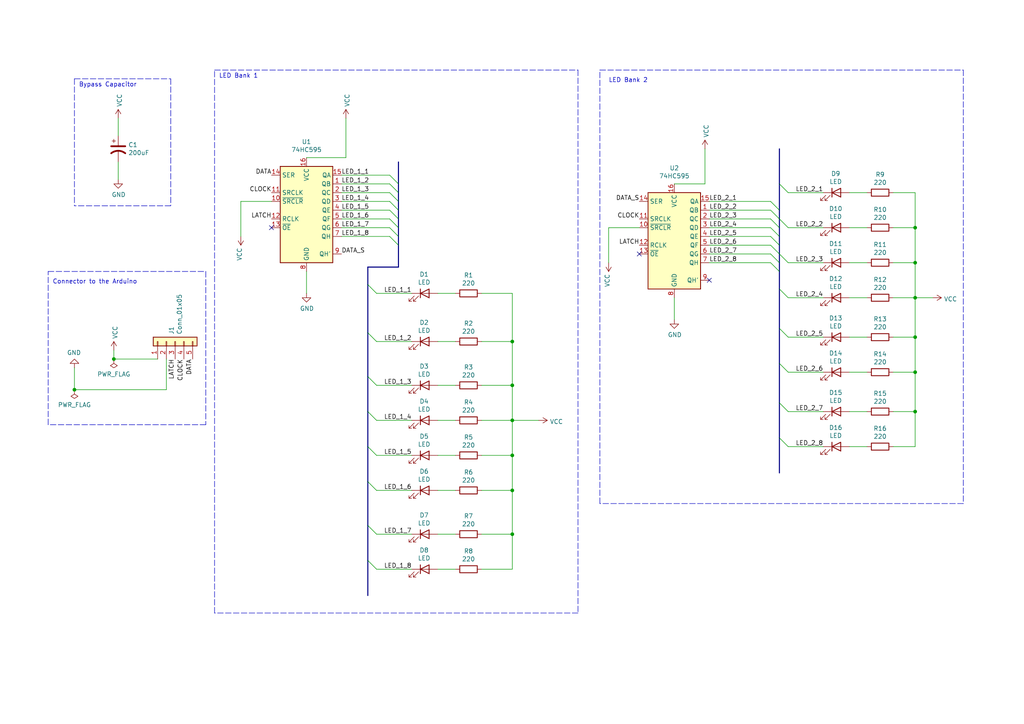
<source format=kicad_sch>
(kicad_sch (version 20211123) (generator eeschema)
  (paper "A4")
  (title_block (title "Sixteen LED Board"))
  (lib_symbols
    (symbol "74xx:74HC595"
      (property "Reference" "U" (at -7.62 13.97 0))
      (property "Value" "74HC595" (at -7.62 -16.51 0))
      (symbol "74HC595_1_0"
        (pin tri_state line (at 10.16 7.62 180) (length 2.54) (name "QB") (number "1"))
        (pin input line (at -10.16 2.54 0) (length 2.54) (name "~{SRCLR}") (number "10"))
        (pin input line (at -10.16 5.08 0) (length 2.54) (name "SRCLK") (number "11"))
        (pin input line (at -10.16 -2.54 0) (length 2.54) (name "RCLK") (number "12"))
        (pin input line (at -10.16 -5.08 0) (length 2.54) (name "~{OE}") (number "13"))
        (pin input line (at -10.16 10.16 0) (length 2.54) (name "SER") (number "14"))
        (pin tri_state line (at 10.16 10.16 180) (length 2.54) (name "QA") (number "15"))
        (pin power_in line (at 0 15.24 270) (length 2.54) (name "VCC") (number "16"))
        (pin tri_state line (at 10.16 5.08 180) (length 2.54) (name "QC") (number "2"))
        (pin tri_state line (at 10.16 2.54 180) (length 2.54) (name "QD") (number "3"))
        (pin tri_state line (at 10.16 0 180) (length 2.54) (name "QE") (number "4"))
        (pin tri_state line (at 10.16 -2.54 180) (length 2.54) (name "QF") (number "5"))
        (pin tri_state line (at 10.16 -5.08 180) (length 2.54) (name "QG") (number "6"))
        (pin tri_state line (at 10.16 -7.62 180) (length 2.54) (name "QH") (number "7"))
        (pin power_in line (at 0 -17.78 90) (length 2.54) (name "GND") (number "8"))
        (pin output line (at 10.16 -12.7 180) (length 2.54) (name "QH'") (number "9"))
      )
      (symbol "74HC595_1_1"
        (rectangle (start -7.62 12.7) (end 7.62 -15.24) (stroke (width 0.254)) (fill (type background)))
      )
    )
    (symbol "Connector_Generic:Conn_01x05" (pin_names (offset 1.016) hide)
      (property "Reference" "J" (at 0 7.62 0))
      (property "Value" "Conn_01x05" (at 0 -7.62 0))
      (symbol "Conn_01x05_1_1"
        (rectangle (start -1.27 -4.953) (end 0 -5.207) (stroke (width 0.1524)))
        (rectangle (start -1.27 -2.413) (end 0 -2.667) (stroke (width 0.1524)))
        (rectangle (start -1.27 0.127) (end 0 -0.127) (stroke (width 0.1524)))
        (rectangle (start -1.27 2.667) (end 0 2.413) (stroke (width 0.1524)))
        (rectangle (start -1.27 5.207) (end 0 4.953) (stroke (width 0.1524)))
        (rectangle (start -1.27 6.35) (end 1.27 -6.35) (stroke (width 0.254)) (fill (type background)))
        (pin passive line (at -5.08 5.08 0) (length 3.81) (name "Pin_1") (number "1"))
        (pin passive line (at -5.08 2.54 0) (length 3.81) (name "Pin_2") (number "2"))
        (pin passive line (at -5.08 0 0) (length 3.81) (name "Pin_3") (number "3"))
        (pin passive line (at -5.08 -2.54 0) (length 3.81) (name "Pin_4") (number "4"))
        (pin passive line (at -5.08 -5.08 0) (length 3.81) (name "Pin_5") (number "5"))
      )
    )
    (symbol "Device:LED" (pin_numbers hide) (pin_names (offset 1.016) hide)
      (property "Reference" "D" (at 0 2.54 0))
      (property "Value" "LED" (at 0 -2.54 0))
      (symbol "LED_0_1"
        (polyline (pts (xy -1.27 -1.27) (xy -1.27 1.27)) (stroke (width 0.254)))
        (polyline (pts (xy -1.27 0) (xy 1.27 0)))
        (polyline (pts (xy 1.27 -1.27) (xy 1.27 1.27) (xy -1.27 0) (xy 1.27 -1.27)) (stroke (width 0.254)))
        (polyline (pts (xy -3.048 -0.762) (xy -4.572 -2.286) (xy -3.81 -2.286) (xy -4.572 -2.286) (xy -4.572 -1.524)))
        (polyline (pts (xy -1.778 -0.762) (xy -3.302 -2.286) (xy -2.54 -2.286) (xy -3.302 -2.286) (xy -3.302 -1.524)))
      )
      (symbol "LED_1_1"
        (pin passive line (at -3.81 0 0) (length 2.54) (name "K") (number "1"))
        (pin passive line (at 3.81 0 180) (length 2.54) (name "A") (number "2"))
      )
    )
    (symbol "Device:R" (pin_numbers hide) (pin_names (offset 0))
      (property "Reference" "R" (at 2.032 0 90))
      (property "Value" "R" (at 0 0 90))
      (symbol "R_0_1"
        (rectangle (start -1.016 -2.54) (end 1.016 2.54) (stroke (width 0.254)))
      )
      (symbol "R_1_1"
        (pin passive line (at 0 3.81 270) (length 1.27) (name "~") (number "1"))
        (pin passive line (at 0 -3.81 90) (length 1.27) (name "~") (number "2"))
      )
    )
    (symbol "power:GND" (power) (pin_names (offset 0))
      (property "Value" "GND" (at 0 -3.81 0))
      (symbol "GND_0_1"
        (polyline (pts (xy 0 0) (xy 0 -1.27) (xy 1.27 -1.27) (xy 0 -2.54) (xy -1.27 -1.27) (xy 0 -1.27)))
      )
      (symbol "GND_1_1"
        (pin power_in line (at 0 0 270) (length 0) hide (name "GND") (number "1"))
      )
    )
    (symbol "power:PWR_FLAG" (power) (pin_numbers hide) (pin_names (offset 0) hide)
      (property "Value" "PWR_FLAG" (at 0 3.81 0))
      (symbol "PWR_FLAG_0_0"
        (pin power_out line (at 0 0 90) (length 0) (name "pwr") (number "1"))
      )
      (symbol "PWR_FLAG_0_1"
        (polyline (pts (xy 0 0) (xy 0 1.27) (xy -1.016 1.905) (xy 0 2.54) (xy 1.016 1.905) (xy 0 1.27)))
      )
    )
    (symbol "power:VCC" (power) (pin_names (offset 0))
      (property "Value" "VCC" (at 0 3.81 0))
      (symbol "VCC_0_1"
        (polyline (pts (xy -0.762 1.27) (xy 0 2.54)))
        (polyline (pts (xy 0 0) (xy 0 2.54)))
        (polyline (pts (xy 0 2.54) (xy 0.762 1.27)))
      )
      (symbol "VCC_1_1"
        (pin power_in line (at 0 0 90) (length 0) hide (name "VCC") (number "1"))
      )
    )
    (symbol "sixteen_led_board-rescue:CP1-Device" (pin_numbers hide) (pin_names (offset 0.254) hide)
      (property "Reference" "C" (at 0.635 2.54 0))
      (property "Value" "CP1-Device" (at 0.635 -2.54 0))
      (symbol "CP1-Device_0_1"
        (polyline (pts (xy -2.032 0.762) (xy 2.032 0.762)) (stroke (width 0.508)))
        (polyline (pts (xy -1.778 2.286) (xy -0.762 2.286)))
        (polyline (pts (xy -1.27 1.778) (xy -1.27 2.794)))
        (arc (start 2.032 -1.27) (mid 0 -0.5572) (end -2.032 -1.27) (stroke (width 0.508)))
      )
      (symbol "CP1-Device_1_1"
        (pin passive line (at 0 3.81 270) (length 2.794) (name "~") (number "1"))
        (pin passive line (at 0 -3.81 90) (length 3.302) (name "~") (number "2"))
      )
    )
  )
  (junction (at 148.59 132.08))
  (junction (at 148.59 142.24))
  (junction (at 265.43 97.79))
  (junction (at 265.43 107.95))
  (junction (at 148.59 154.94))
  (junction (at 21.59 113.03))
  (junction (at 265.43 119.38))
  (junction (at 148.59 121.92))
  (junction (at 265.43 86.36))
  (junction (at 265.43 76.2))
  (junction (at 33.02 104.14))
  (junction (at 148.59 111.76))
  (junction (at 148.59 99.06))
  (junction (at 265.43 66.04))
  (no_connect (at 205.74 81.28))
  (no_connect (at 185.42 73.66))
  (no_connect (at 78.74 66.04))
  (bus_entry (at 115.57 71.12) (size -2.54 -2.54))
  (bus_entry (at 226.06 105.41) (size 2.54 2.54))
  (bus_entry (at 226.06 95.25) (size 2.54 2.54))
  (bus_entry (at 106.68 152.4) (size 2.54 2.54))
  (bus_entry (at 223.52 58.42) (size 2.54 2.54))
  (bus_entry (at 115.57 60.96) (size -2.54 -2.54))
  (bus_entry (at 106.68 162.56) (size 2.54 2.54))
  (bus_entry (at 226.06 63.5) (size 2.54 2.54))
  (bus_entry (at 115.57 68.58) (size -2.54 -2.54))
  (bus_entry (at 226.06 53.34) (size 2.54 2.54))
  (bus_entry (at 223.52 73.66) (size 2.54 2.54))
  (bus_entry (at 226.06 73.66) (size 2.54 2.54))
  (bus_entry (at 115.57 58.42) (size -2.54 -2.54))
  (bus_entry (at 223.52 66.04) (size 2.54 2.54))
  (bus_entry (at 223.52 71.12) (size 2.54 2.54))
  (bus_entry (at 106.68 139.7) (size 2.54 2.54))
  (bus_entry (at 106.68 96.52) (size 2.54 2.54))
  (bus_entry (at 226.06 83.82) (size 2.54 2.54))
  (bus_entry (at 226.06 116.84) (size 2.54 2.54))
  (bus_entry (at 226.06 127) (size 2.54 2.54))
  (bus_entry (at 223.52 60.96) (size 2.54 2.54))
  (bus_entry (at 106.68 109.22) (size 2.54 2.54))
  (bus_entry (at 106.68 119.38) (size 2.54 2.54))
  (bus_entry (at 115.57 66.04) (size -2.54 -2.54))
  (bus_entry (at 115.57 53.34) (size -2.54 -2.54))
  (bus_entry (at 223.52 68.58) (size 2.54 2.54))
  (bus_entry (at 106.68 82.55) (size 2.54 2.54))
  (bus_entry (at 106.68 129.54) (size 2.54 2.54))
  (bus_entry (at 115.57 63.5) (size -2.54 -2.54))
  (bus_entry (at 223.52 76.2) (size 2.54 2.54))
  (bus_entry (at 115.57 55.88) (size -2.54 -2.54))
  (bus_entry (at 223.52 63.5) (size 2.54 2.54))
  (bus (pts (xy 115.57 66.04) (xy 115.57 68.58)))
  (wire (pts (xy 99.06 60.96) (xy 113.03 60.96)))
  (bus (pts (xy 115.57 53.34) (xy 115.57 55.88)))
  (bus (pts (xy 115.57 63.5) (xy 115.57 66.04)))
  (wire (pts (xy 127 85.09) (xy 132.08 85.09)))
  (wire (pts (xy 48.26 113.03) (xy 21.59 113.03)))
  (bus (pts (xy 226.06 53.34) (xy 226.06 60.96)))
  (wire (pts (xy 148.59 111.76) (xy 148.59 121.92)))
  (wire (pts (xy 246.38 76.2) (xy 251.46 76.2)))
  (wire (pts (xy 33.02 104.14) (xy 33.02 101.6)))
  (wire (pts (xy 265.43 119.38) (xy 259.08 119.38)))
  (bus (pts (xy 115.57 46.99) (xy 115.57 53.34)))
  (polyline (pts (xy 62.23 177.8) (xy 62.23 20.32)))
  (wire (pts (xy 99.06 63.5) (xy 113.03 63.5)))
  (wire (pts (xy 259.08 66.04) (xy 265.43 66.04)))
  (polyline (pts (xy 59.69 78.74) (xy 59.69 123.19)))
  (wire (pts (xy 109.22 111.76) (xy 119.38 111.76)))
  (bus (pts (xy 106.68 96.52) (xy 106.68 109.22)))
  (wire (pts (xy 100.33 34.29) (xy 100.33 45.72)))
  (wire (pts (xy 127 121.92) (xy 132.08 121.92)))
  (wire (pts (xy 205.74 58.42) (xy 223.52 58.42)))
  (bus (pts (xy 226.06 83.82) (xy 226.06 95.25)))
  (wire (pts (xy 246.38 129.54) (xy 251.46 129.54)))
  (wire (pts (xy 205.74 71.12) (xy 223.52 71.12)))
  (wire (pts (xy 127 132.08) (xy 132.08 132.08)))
  (wire (pts (xy 204.47 53.34) (xy 204.47 43.18)))
  (wire (pts (xy 185.42 66.04) (xy 176.53 66.04)))
  (polyline (pts (xy 21.59 22.86) (xy 21.59 59.69)))
  (wire (pts (xy 48.26 104.14) (xy 48.26 113.03)))
  (bus (pts (xy 226.06 127) (xy 226.06 137.16)))
  (bus (pts (xy 115.57 55.88) (xy 115.57 58.42)))
  (wire (pts (xy 205.74 68.58) (xy 223.52 68.58)))
  (wire (pts (xy 265.43 86.36) (xy 270.51 86.36)))
  (wire (pts (xy 195.58 53.34) (xy 204.47 53.34)))
  (wire (pts (xy 228.6 76.2) (xy 238.76 76.2)))
  (bus (pts (xy 226.06 68.58) (xy 226.06 71.12)))
  (wire (pts (xy 148.59 154.94) (xy 148.59 165.1)))
  (bus (pts (xy 226.06 116.84) (xy 226.06 127)))
  (wire (pts (xy 109.22 132.08) (xy 119.38 132.08)))
  (bus (pts (xy 115.57 68.58) (xy 115.57 71.12)))
  (wire (pts (xy 205.74 60.96) (xy 223.52 60.96)))
  (wire (pts (xy 109.22 154.94) (xy 119.38 154.94)))
  (wire (pts (xy 265.43 66.04) (xy 265.43 76.2)))
  (wire (pts (xy 78.74 58.42) (xy 69.85 58.42)))
  (wire (pts (xy 109.22 165.1) (xy 119.38 165.1)))
  (wire (pts (xy 195.58 86.36) (xy 195.58 92.71)))
  (wire (pts (xy 99.06 58.42) (xy 113.03 58.42)))
  (wire (pts (xy 205.74 73.66) (xy 223.52 73.66)))
  (wire (pts (xy 228.6 66.04) (xy 238.76 66.04)))
  (polyline (pts (xy 13.97 123.19) (xy 13.97 78.74)))
  (wire (pts (xy 139.7 154.94) (xy 148.59 154.94)))
  (bus (pts (xy 106.68 77.47) (xy 106.68 82.55)))
  (wire (pts (xy 127 111.76) (xy 132.08 111.76)))
  (polyline (pts (xy 279.4 146.05) (xy 173.99 146.05)))
  (wire (pts (xy 139.7 121.92) (xy 148.59 121.92)))
  (bus (pts (xy 226.06 60.96) (xy 226.06 63.5)))
  (wire (pts (xy 265.43 107.95) (xy 259.08 107.95)))
  (wire (pts (xy 148.59 85.09) (xy 148.59 99.06)))
  (bus (pts (xy 226.06 63.5) (xy 226.06 66.04)))
  (wire (pts (xy 246.38 66.04) (xy 251.46 66.04)))
  (bus (pts (xy 226.06 76.2) (xy 226.06 78.74)))
  (bus (pts (xy 106.68 82.55) (xy 106.68 96.52)))
  (wire (pts (xy 205.74 63.5) (xy 223.52 63.5)))
  (polyline (pts (xy 173.99 20.32) (xy 279.4 20.32)))
  (wire (pts (xy 127 165.1) (xy 132.08 165.1)))
  (wire (pts (xy 148.59 121.92) (xy 148.59 132.08)))
  (polyline (pts (xy 21.59 22.86) (xy 49.53 22.86)))
  (wire (pts (xy 88.9 45.72) (xy 100.33 45.72)))
  (wire (pts (xy 99.06 68.58) (xy 113.03 68.58)))
  (wire (pts (xy 139.7 99.06) (xy 148.59 99.06)))
  (bus (pts (xy 106.68 119.38) (xy 106.68 129.54)))
  (wire (pts (xy 69.85 58.42) (xy 69.85 68.58)))
  (wire (pts (xy 21.59 113.03) (xy 21.59 106.68)))
  (wire (pts (xy 228.6 129.54) (xy 238.76 129.54)))
  (bus (pts (xy 106.68 162.56) (xy 106.68 172.72)))
  (wire (pts (xy 246.38 55.88) (xy 251.46 55.88)))
  (wire (pts (xy 99.06 50.8) (xy 113.03 50.8)))
  (wire (pts (xy 127 154.94) (xy 132.08 154.94)))
  (wire (pts (xy 148.59 165.1) (xy 139.7 165.1)))
  (polyline (pts (xy 59.69 123.19) (xy 13.97 123.19)))
  (wire (pts (xy 228.6 55.88) (xy 238.76 55.88)))
  (wire (pts (xy 109.22 99.06) (xy 119.38 99.06)))
  (wire (pts (xy 99.06 53.34) (xy 113.03 53.34)))
  (bus (pts (xy 226.06 43.18) (xy 226.06 53.34)))
  (bus (pts (xy 226.06 66.04) (xy 226.06 68.58)))
  (wire (pts (xy 176.53 66.04) (xy 176.53 76.2)))
  (wire (pts (xy 109.22 121.92) (xy 119.38 121.92)))
  (bus (pts (xy 115.57 58.42) (xy 115.57 60.96)))
  (wire (pts (xy 99.06 66.04) (xy 113.03 66.04)))
  (bus (pts (xy 226.06 78.74) (xy 226.06 83.82)))
  (wire (pts (xy 205.74 66.04) (xy 223.52 66.04)))
  (polyline (pts (xy 49.53 22.86) (xy 49.53 59.69)))
  (wire (pts (xy 228.6 119.38) (xy 238.76 119.38)))
  (polyline (pts (xy 173.99 146.05) (xy 173.99 20.32)))
  (wire (pts (xy 259.08 86.36) (xy 265.43 86.36)))
  (bus (pts (xy 115.57 60.96) (xy 115.57 63.5)))
  (bus (pts (xy 226.06 95.25) (xy 226.06 105.41)))
  (wire (pts (xy 148.59 142.24) (xy 139.7 142.24)))
  (wire (pts (xy 34.29 34.29) (xy 34.29 39.37)))
  (bus (pts (xy 115.57 71.12) (xy 115.57 77.47)))
  (wire (pts (xy 148.59 142.24) (xy 148.59 154.94)))
  (wire (pts (xy 246.38 97.79) (xy 251.46 97.79)))
  (wire (pts (xy 265.43 76.2) (xy 265.43 86.36)))
  (wire (pts (xy 265.43 86.36) (xy 265.43 97.79)))
  (wire (pts (xy 139.7 132.08) (xy 148.59 132.08)))
  (polyline (pts (xy 167.64 20.32) (xy 167.64 177.8)))
  (wire (pts (xy 259.08 55.88) (xy 265.43 55.88)))
  (wire (pts (xy 265.43 129.54) (xy 259.08 129.54)))
  (wire (pts (xy 246.38 119.38) (xy 251.46 119.38)))
  (polyline (pts (xy 167.64 177.8) (xy 62.23 177.8)))
  (wire (pts (xy 109.22 85.09) (xy 119.38 85.09)))
  (bus (pts (xy 106.68 152.4) (xy 106.68 162.56)))
  (wire (pts (xy 246.38 107.95) (xy 251.46 107.95)))
  (wire (pts (xy 99.06 55.88) (xy 113.03 55.88)))
  (bus (pts (xy 106.68 129.54) (xy 106.68 139.7)))
  (bus (pts (xy 115.57 77.47) (xy 106.68 77.47)))
  (wire (pts (xy 228.6 86.36) (xy 238.76 86.36)))
  (wire (pts (xy 205.74 76.2) (xy 223.52 76.2)))
  (wire (pts (xy 265.43 97.79) (xy 259.08 97.79)))
  (wire (pts (xy 127 99.06) (xy 132.08 99.06)))
  (wire (pts (xy 265.43 119.38) (xy 265.43 129.54)))
  (bus (pts (xy 226.06 105.41) (xy 226.06 116.84)))
  (wire (pts (xy 148.59 121.92) (xy 156.21 121.92)))
  (wire (pts (xy 148.59 99.06) (xy 148.59 111.76)))
  (wire (pts (xy 45.72 104.14) (xy 33.02 104.14)))
  (wire (pts (xy 265.43 107.95) (xy 265.43 119.38)))
  (wire (pts (xy 228.6 107.95) (xy 238.76 107.95)))
  (bus (pts (xy 226.06 71.12) (xy 226.06 73.66)))
  (bus (pts (xy 226.06 73.66) (xy 226.06 76.2)))
  (polyline (pts (xy 279.4 20.32) (xy 279.4 146.05)))
  (wire (pts (xy 148.59 132.08) (xy 148.59 142.24)))
  (wire (pts (xy 139.7 111.76) (xy 148.59 111.76)))
  (bus (pts (xy 106.68 139.7) (xy 106.68 152.4)))
  (wire (pts (xy 265.43 97.79) (xy 265.43 107.95)))
  (wire (pts (xy 109.22 142.24) (xy 119.38 142.24)))
  (wire (pts (xy 88.9 78.74) (xy 88.9 85.09)))
  (polyline (pts (xy 62.23 20.32) (xy 167.64 20.32)))
  (wire (pts (xy 139.7 85.09) (xy 148.59 85.09)))
  (wire (pts (xy 259.08 76.2) (xy 265.43 76.2)))
  (wire (pts (xy 34.29 46.99) (xy 34.29 52.07)))
  (polyline (pts (xy 49.53 59.69) (xy 21.59 59.69)))
  (bus (pts (xy 106.68 109.22) (xy 106.68 119.38)))
  (wire (pts (xy 246.38 86.36) (xy 251.46 86.36)))
  (wire (pts (xy 265.43 55.88) (xy 265.43 66.04)))
  (wire (pts (xy 127 142.24) (xy 132.08 142.24)))
  (wire (pts (xy 228.6 97.79) (xy 238.76 97.79)))
  (polyline (pts (xy 13.97 78.74) (xy 59.69 78.74)))
  (text "LED Bank 1" (at 63.5 22.86 0) (effects (font (size 1.27 1.27)) (justify left bottom)))
  (text "LED Bank 2" (at 176.53 24.13 0) (effects (font (size 1.27 1.27)) (justify left bottom)))
  (text "Connector to the Arduino" (at 15.24 82.55 0) (effects (font (size 1.27 1.27)) (justify left bottom)))
  (text "Bypass Capacitor" (at 22.86 25.4 0) (effects (font (size 1.27 1.27)) (justify left bottom)))
  (label "LED_1_5" (at 119.38 132.08 180))
  (label "LATCH" (at 50.8 104.14 270))
  (label "LED_2_3" (at 238.76 76.2 180))
  (label "LED_1_6" (at 99.06 63.5 0))
  (label "LED_2_7" (at 238.76 119.38 180))
  (label "LED_1_8" (at 119.38 165.1 180))
  (label "LED_1_4" (at 119.38 121.92 180))
  (label "LED_2_6" (at 205.74 71.12 0))
  (label "LED_2_4" (at 205.74 66.04 0))
  (label "LED_1_5" (at 99.06 60.96 0))
  (label "LED_2_6" (at 238.76 107.95 180))
  (label "LED_2_1" (at 238.76 55.88 180))
  (label "CLOCK" (at 78.74 55.88 180))
  (label "LED_2_5" (at 205.74 68.58 0))
  (label "CLOCK" (at 53.34 104.14 270))
  (label "LED_2_7" (at 205.74 73.66 0))
  (label "LED_1_8" (at 99.06 68.58 0))
  (label "DATA" (at 55.88 104.14 270))
  (label "LED_1_7" (at 99.06 66.04 0))
  (label "LED_2_2" (at 205.74 60.96 0))
  (label "LED_2_4" (at 238.76 86.36 180))
  (label "LED_2_8" (at 205.74 76.2 0))
  (label "DATA" (at 78.74 50.8 180))
  (label "CLOCK" (at 185.42 63.5 180))
  (label "LED_1_2" (at 119.38 99.06 180))
  (label "LED_1_1" (at 119.38 85.09 180))
  (label "LED_1_4" (at 99.06 58.42 0))
  (label "LATCH" (at 185.42 71.12 180))
  (label "LED_2_1" (at 205.74 58.42 0))
  (label "LED_1_7" (at 119.38 154.94 180))
  (label "LED_1_3" (at 119.38 111.76 180))
  (label "LED_2_2" (at 238.76 66.04 180))
  (label "LED_1_2" (at 99.06 53.34 0))
  (label "LED_1_6" (at 119.38 142.24 180))
  (label "DATA_S" (at 99.06 73.66 0))
  (label "LED_2_8" (at 238.76 129.54 180))
  (label "LED_1_3" (at 99.06 55.88 0))
  (label "LED_2_3" (at 205.74 63.5 0))
  (label "LATCH" (at 78.74 63.5 180))
  (label "LED_2_5" (at 238.76 97.79 180))
  (label "DATA_S" (at 185.42 58.42 180))
  (label "LED_1_1" (at 99.06 50.8 0))
  (symbol (lib_id "74xx:74HC595") (at 88.9 60.96 0) (unit 1)
    (property "Reference" "U1" (at 88.9 41.1226 0))
    (property "Value" "74HC595" (at 88.9 43.434 0))
    (property "Footprint" "Sixteen_LED:SO16" (effects hide))
    (property "Datasheet" "http://www.ti.com/lit/ds/symlink/sn74hc595.pdf" (effects hide))
  )
  (symbol (lib_id "74xx:74HC595") (at 195.58 68.58 0) (unit 1)
    (property "Reference" "U2" (at 195.58 48.7426 0))
    (property "Value" "74HC595" (at 195.58 51.054 0))
    (property "Footprint" "Sixteen_LED:SO16" (effects hide))
    (property "Datasheet" "http://www.ti.com/lit/ds/symlink/sn74hc595.pdf" (effects hide))
  )
  (symbol (lib_id "sixteen_led_board-rescue:CP1-Device") (at 34.29 43.18 0) (unit 1)
    (property "Reference" "C1" (at 37.211 42.0116 0) (effects (justify left)))
    (property "Value" "200uF" (at 37.211 44.323 0) (effects (justify left)))
    (property "Footprint" "Capacitor_SMD:CP_Elec_6.3x5.3" (effects hide))
  )
  (symbol (lib_id "Device:LED") (at 123.19 99.06 0) (unit 1)
    (property "Reference" "D2" (at 123.0122 93.5482 0))
    (property "Value" "LED" (at 123.0122 95.8596 0))
    (property "Footprint" "LED_SMD:LED_0805_2012Metric" (effects hide))
  )
  (symbol (lib_id "Device:LED") (at 123.19 85.09 0) (unit 1)
    (property "Reference" "D1" (at 123.0122 79.5782 0))
    (property "Value" "LED" (at 123.0122 81.8896 0))
    (property "Footprint" "LED_SMD:LED_0805_2012Metric" (effects hide))
  )
  (symbol (lib_id "power:VCC") (at 156.21 121.92 270) (unit 1)
    (property "Reference" "#PWR0101" (effects hide))
    (property "Value" "VCC" (at 159.4612 122.301 90) (effects (justify left)))
  )
  (symbol (lib_id "Connector_Generic:Conn_01x05") (at 50.8 99.06 90) (unit 1)
    (property "Reference" "J1" (at 49.7332 97.028 0) (effects (justify left)))
    (property "Value" "Conn_01x05" (at 52.0446 97.028 0) (effects (justify left)))
    (property "Footprint" "Connector_PinHeader_2.54mm:PinHeader_1x05_P2.54mm_Vertical_SMD_Pin1Left" (effects hide))
  )
  (symbol (lib_id "power:VCC") (at 270.51 86.36 270) (unit 1)
    (property "Reference" "#PWR0102" (effects hide))
    (property "Value" "VCC" (at 273.7612 86.741 90) (effects (justify left)))
  )
  (symbol (lib_id "Device:R") (at 135.89 85.09 270) (unit 1)
    (property "Reference" "R1" (at 135.89 79.8322 90))
    (property "Value" "220" (at 135.89 82.1436 90))
    (property "Footprint" "Resistor_SMD:R_0805_2012Metric_Pad1.20x1.40mm_HandSolder" (effects hide))
  )
  (symbol (lib_id "Device:R") (at 135.89 99.06 270) (unit 1)
    (property "Reference" "R2" (at 135.89 93.8022 90))
    (property "Value" "220" (at 135.89 96.1136 90))
    (property "Footprint" "Resistor_SMD:R_0805_2012Metric_Pad1.20x1.40mm_HandSolder" (effects hide))
  )
  (symbol (lib_id "Device:LED") (at 242.57 107.95 0) (unit 1)
    (property "Reference" "D14" (at 242.3922 102.4382 0))
    (property "Value" "LED" (at 242.3922 104.7496 0))
    (property "Footprint" "LED_SMD:LED_0805_2012Metric" (effects hide))
  )
  (symbol (lib_id "Device:LED") (at 242.57 97.79 0) (unit 1)
    (property "Reference" "D13" (at 242.3922 92.2782 0))
    (property "Value" "LED" (at 242.3922 94.5896 0))
    (property "Footprint" "LED_SMD:LED_0805_2012Metric" (effects hide))
  )
  (symbol (lib_id "Device:R") (at 255.27 97.79 270) (unit 1)
    (property "Reference" "R13" (at 255.27 92.5322 90))
    (property "Value" "220" (at 255.27 94.8436 90))
    (property "Footprint" "Resistor_SMD:R_0805_2012Metric_Pad1.20x1.40mm_HandSolder" (effects hide))
  )
  (symbol (lib_id "Device:R") (at 255.27 107.95 270) (unit 1)
    (property "Reference" "R14" (at 255.27 102.6922 90))
    (property "Value" "220" (at 255.27 105.0036 90))
    (property "Footprint" "Resistor_SMD:R_0805_2012Metric_Pad1.20x1.40mm_HandSolder" (effects hide))
  )
  (symbol (lib_id "Device:LED") (at 242.57 86.36 0) (unit 1)
    (property "Reference" "D12" (at 242.3922 80.8482 0))
    (property "Value" "LED" (at 242.3922 83.1596 0))
    (property "Footprint" "LED_SMD:LED_0805_2012Metric" (effects hide))
  )
  (symbol (lib_id "Device:LED") (at 242.57 76.2 0) (unit 1)
    (property "Reference" "D11" (at 242.3922 70.6882 0))
    (property "Value" "LED" (at 242.3922 72.9996 0))
    (property "Footprint" "LED_SMD:LED_0805_2012Metric" (effects hide))
  )
  (symbol (lib_id "Device:R") (at 255.27 76.2 270) (unit 1)
    (property "Reference" "R11" (at 255.27 70.9422 90))
    (property "Value" "220" (at 255.27 73.2536 90))
    (property "Footprint" "Resistor_SMD:R_0805_2012Metric_Pad1.20x1.40mm_HandSolder" (effects hide))
  )
  (symbol (lib_id "Device:R") (at 255.27 86.36 270) (unit 1)
    (property "Reference" "R12" (at 255.27 81.1022 90))
    (property "Value" "220" (at 255.27 83.4136 90))
    (property "Footprint" "Resistor_SMD:R_0805_2012Metric_Pad1.20x1.40mm_HandSolder" (effects hide))
  )
  (symbol (lib_id "Device:LED") (at 123.19 142.24 0) (unit 1)
    (property "Reference" "D6" (at 123.0122 136.7282 0))
    (property "Value" "LED" (at 123.0122 139.0396 0))
    (property "Footprint" "LED_SMD:LED_0805_2012Metric" (effects hide))
  )
  (symbol (lib_id "Device:LED") (at 123.19 132.08 0) (unit 1)
    (property "Reference" "D5" (at 123.0122 126.5682 0))
    (property "Value" "LED" (at 123.0122 128.8796 0))
    (property "Footprint" "LED_SMD:LED_0805_2012Metric" (effects hide))
  )
  (symbol (lib_id "Device:R") (at 135.89 132.08 270) (unit 1)
    (property "Reference" "R5" (at 135.89 126.8222 90))
    (property "Value" "220" (at 135.89 129.1336 90))
    (property "Footprint" "Resistor_SMD:R_0805_2012Metric_Pad1.20x1.40mm_HandSolder" (effects hide))
  )
  (symbol (lib_id "Device:R") (at 135.89 142.24 270) (unit 1)
    (property "Reference" "R6" (at 135.89 136.9822 90))
    (property "Value" "220" (at 135.89 139.2936 90))
    (property "Footprint" "Resistor_SMD:R_0805_2012Metric_Pad1.20x1.40mm_HandSolder" (effects hide))
  )
  (symbol (lib_id "Device:LED") (at 123.19 121.92 0) (unit 1)
    (property "Reference" "D4" (at 123.0122 116.4082 0))
    (property "Value" "LED" (at 123.0122 118.7196 0))
    (property "Footprint" "LED_SMD:LED_0805_2012Metric" (effects hide))
  )
  (symbol (lib_id "Device:LED") (at 123.19 111.76 0) (unit 1)
    (property "Reference" "D3" (at 123.0122 106.2482 0))
    (property "Value" "LED" (at 123.0122 108.5596 0))
    (property "Footprint" "LED_SMD:LED_0805_2012Metric" (effects hide))
  )
  (symbol (lib_id "Device:R") (at 135.89 111.76 270) (unit 1)
    (property "Reference" "R3" (at 135.89 106.5022 90))
    (property "Value" "220" (at 135.89 108.8136 90))
    (property "Footprint" "Resistor_SMD:R_0805_2012Metric_Pad1.20x1.40mm_HandSolder" (effects hide))
  )
  (symbol (lib_id "Device:R") (at 135.89 121.92 270) (unit 1)
    (property "Reference" "R4" (at 135.89 116.6622 90))
    (property "Value" "220" (at 135.89 118.9736 90))
    (property "Footprint" "Resistor_SMD:R_0805_2012Metric_Pad1.20x1.40mm_HandSolder" (effects hide))
  )
  (symbol (lib_id "Device:LED") (at 242.57 129.54 0) (unit 1)
    (property "Reference" "D16" (at 242.3922 124.0282 0))
    (property "Value" "LED" (at 242.3922 126.3396 0))
    (property "Footprint" "LED_SMD:LED_0805_2012Metric" (effects hide))
  )
  (symbol (lib_id "Device:LED") (at 242.57 119.38 0) (unit 1)
    (property "Reference" "D15" (at 242.3922 113.8682 0))
    (property "Value" "LED" (at 242.3922 116.1796 0))
    (property "Footprint" "LED_SMD:LED_0805_2012Metric" (effects hide))
  )
  (symbol (lib_id "Device:R") (at 255.27 119.38 270) (unit 1)
    (property "Reference" "R15" (at 255.27 114.1222 90))
    (property "Value" "220" (at 255.27 116.4336 90))
    (property "Footprint" "Resistor_SMD:R_0805_2012Metric_Pad1.20x1.40mm_HandSolder" (effects hide))
  )
  (symbol (lib_id "Device:R") (at 255.27 129.54 270) (unit 1)
    (property "Reference" "R16" (at 255.27 124.2822 90))
    (property "Value" "220" (at 255.27 126.5936 90))
    (property "Footprint" "Resistor_SMD:R_0805_2012Metric_Pad1.20x1.40mm_HandSolder" (effects hide))
  )
  (symbol (lib_id "Device:LED") (at 242.57 66.04 0) (unit 1)
    (property "Reference" "D10" (at 242.3922 60.5282 0))
    (property "Value" "LED" (at 242.3922 62.8396 0))
    (property "Footprint" "LED_SMD:LED_0805_2012Metric" (effects hide))
  )
  (symbol (lib_id "Device:LED") (at 242.57 55.88 0) (unit 1)
    (property "Reference" "D9" (at 242.3922 50.3682 0))
    (property "Value" "LED" (at 242.3922 52.6796 0))
    (property "Footprint" "LED_SMD:LED_0805_2012Metric" (effects hide))
  )
  (symbol (lib_id "Device:R") (at 255.27 55.88 270) (unit 1)
    (property "Reference" "R9" (at 255.27 50.6222 90))
    (property "Value" "220" (at 255.27 52.9336 90))
    (property "Footprint" "Resistor_SMD:R_0805_2012Metric_Pad1.20x1.40mm_HandSolder" (effects hide))
  )
  (symbol (lib_id "Device:R") (at 255.27 66.04 270) (unit 1)
    (property "Reference" "R10" (at 255.27 60.7822 90))
    (property "Value" "220" (at 255.27 63.0936 90))
    (property "Footprint" "Resistor_SMD:R_0805_2012Metric_Pad1.20x1.40mm_HandSolder" (effects hide))
  )
  (symbol (lib_id "Device:LED") (at 123.19 165.1 0) (unit 1)
    (property "Reference" "D8" (at 123.0122 159.5882 0))
    (property "Value" "LED" (at 123.0122 161.8996 0))
    (property "Footprint" "LED_SMD:LED_0805_2012Metric" (effects hide))
  )
  (symbol (lib_id "Device:LED") (at 123.19 154.94 0) (unit 1)
    (property "Reference" "D7" (at 123.0122 149.4282 0))
    (property "Value" "LED" (at 123.0122 151.7396 0))
    (property "Footprint" "LED_SMD:LED_0805_2012Metric" (effects hide))
  )
  (symbol (lib_id "Device:R") (at 135.89 154.94 270) (unit 1)
    (property "Reference" "R7" (at 135.89 149.6822 90))
    (property "Value" "220" (at 135.89 151.9936 90))
    (property "Footprint" "Resistor_SMD:R_0805_2012Metric_Pad1.20x1.40mm_HandSolder" (effects hide))
  )
  (symbol (lib_id "Device:R") (at 135.89 165.1 270) (unit 1)
    (property "Reference" "R8" (at 135.89 159.8422 90))
    (property "Value" "220" (at 135.89 162.1536 90))
    (property "Footprint" "Resistor_SMD:R_0805_2012Metric_Pad1.20x1.40mm_HandSolder" (effects hide))
  )
  (symbol (lib_id "power:VCC") (at 69.85 68.58 180) (unit 1)
    (property "Reference" "#PWR0103" (effects hide))
    (property "Value" "VCC" (at 69.469 71.8312 90) (effects (justify left)))
  )
  (symbol (lib_id "power:VCC") (at 100.33 34.29 0) (unit 1)
    (property "Reference" "#PWR0104" (effects hide))
    (property "Value" "VCC" (at 100.711 31.0388 90) (effects (justify left)))
  )
  (symbol (lib_id "power:GND") (at 88.9 85.09 0) (unit 1)
    (property "Reference" "#PWR0105" (effects hide))
    (property "Value" "GND" (at 89.027 89.4842 0))
  )
  (symbol (lib_id "power:GND") (at 195.58 92.71 0) (unit 1)
    (property "Reference" "#PWR0106" (effects hide))
    (property "Value" "GND" (at 195.707 97.1042 0))
  )
  (symbol (lib_id "power:VCC") (at 176.53 76.2 180) (unit 1)
    (property "Reference" "#PWR0107" (effects hide))
    (property "Value" "VCC" (at 176.149 79.4512 90) (effects (justify left)))
  )
  (symbol (lib_id "power:VCC") (at 204.47 43.18 0) (unit 1)
    (property "Reference" "#PWR0108" (effects hide))
    (property "Value" "VCC" (at 204.851 39.9288 90) (effects (justify left)))
  )
  (symbol (lib_id "power:VCC") (at 34.29 34.29 0) (unit 1)
    (property "Reference" "#PWR0109" (effects hide))
    (property "Value" "VCC" (at 34.671 31.0388 90) (effects (justify left)))
  )
  (symbol (lib_id "power:GND") (at 34.29 52.07 0) (unit 1)
    (property "Reference" "#PWR0110" (effects hide))
    (property "Value" "GND" (at 34.417 56.4642 0))
  )
  (symbol (lib_id "power:VCC") (at 33.02 101.6 0) (unit 1)
    (property "Reference" "#PWR0111" (effects hide))
    (property "Value" "VCC" (at 33.401 98.3488 90) (effects (justify left)))
  )
  (symbol (lib_id "power:GND") (at 21.59 106.68 180) (unit 1)
    (property "Reference" "#PWR0112" (effects hide))
    (property "Value" "GND" (at 21.463 102.2858 0))
  )
  (symbol (lib_id "power:PWR_FLAG") (at 21.59 113.03 180) (unit 1)
    (property "Reference" "#FLG0101" (effects hide))
    (property "Value" "PWR_FLAG" (at 21.59 117.4242 0))
  )
  (symbol (lib_id "power:PWR_FLAG") (at 33.02 104.14 180) (unit 1)
    (property "Reference" "#FLG0102" (effects hide))
    (property "Value" "PWR_FLAG" (at 33.02 108.5342 0))
  )
)
</source>
